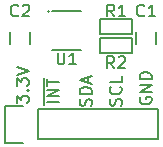
<source format=gto>
%TF.GenerationSoftware,KiCad,Pcbnew,4.0.4+e1-6308~48~ubuntu16.04.1-stable*%
%TF.CreationDate,2016-12-31T17:29:36-08:00*%
%TF.ProjectId,mma7660-sensor-breakout,6D6D61373636302D73656E736F722D62,v1.0*%
%TF.FileFunction,Legend,Top*%
%FSLAX46Y46*%
G04 Gerber Fmt 4.6, Leading zero omitted, Abs format (unit mm)*
G04 Created by KiCad (PCBNEW 4.0.4+e1-6308~48~ubuntu16.04.1-stable) date Sat Dec 31 17:29:36 2016*
%MOMM*%
%LPD*%
G01*
G04 APERTURE LIST*
%ADD10C,0.350000*%
%ADD11C,0.203200*%
%ADD12C,0.150000*%
%ADD13C,0.100000*%
%ADD14C,0.152400*%
G04 APERTURE END LIST*
D10*
D11*
X152654000Y-111454595D02*
X152605619Y-111551357D01*
X152605619Y-111696500D01*
X152654000Y-111841642D01*
X152750762Y-111938404D01*
X152847524Y-111986785D01*
X153041048Y-112035166D01*
X153186190Y-112035166D01*
X153379714Y-111986785D01*
X153476476Y-111938404D01*
X153573238Y-111841642D01*
X153621619Y-111696500D01*
X153621619Y-111599738D01*
X153573238Y-111454595D01*
X153524857Y-111406214D01*
X153186190Y-111406214D01*
X153186190Y-111599738D01*
X153621619Y-110970785D02*
X152605619Y-110970785D01*
X153621619Y-110390214D01*
X152605619Y-110390214D01*
X153621619Y-109906404D02*
X152605619Y-109906404D01*
X152605619Y-109664499D01*
X152654000Y-109519357D01*
X152750762Y-109422595D01*
X152847524Y-109374214D01*
X153041048Y-109325833D01*
X153186190Y-109325833D01*
X153379714Y-109374214D01*
X153476476Y-109422595D01*
X153573238Y-109519357D01*
X153621619Y-109664499D01*
X153621619Y-109906404D01*
X151033238Y-112144023D02*
X151081619Y-111998880D01*
X151081619Y-111756976D01*
X151033238Y-111660214D01*
X150984857Y-111611833D01*
X150888095Y-111563452D01*
X150791333Y-111563452D01*
X150694571Y-111611833D01*
X150646190Y-111660214D01*
X150597810Y-111756976D01*
X150549429Y-111950499D01*
X150501048Y-112047261D01*
X150452667Y-112095642D01*
X150355905Y-112144023D01*
X150259143Y-112144023D01*
X150162381Y-112095642D01*
X150114000Y-112047261D01*
X150065619Y-111950499D01*
X150065619Y-111708595D01*
X150114000Y-111563452D01*
X150984857Y-110547452D02*
X151033238Y-110595833D01*
X151081619Y-110740976D01*
X151081619Y-110837738D01*
X151033238Y-110982880D01*
X150936476Y-111079642D01*
X150839714Y-111128023D01*
X150646190Y-111176404D01*
X150501048Y-111176404D01*
X150307524Y-111128023D01*
X150210762Y-111079642D01*
X150114000Y-110982880D01*
X150065619Y-110837738D01*
X150065619Y-110740976D01*
X150114000Y-110595833D01*
X150162381Y-110547452D01*
X151081619Y-109628214D02*
X151081619Y-110112023D01*
X150065619Y-110112023D01*
X148493238Y-112168214D02*
X148541619Y-112023071D01*
X148541619Y-111781167D01*
X148493238Y-111684405D01*
X148444857Y-111636024D01*
X148348095Y-111587643D01*
X148251333Y-111587643D01*
X148154571Y-111636024D01*
X148106190Y-111684405D01*
X148057810Y-111781167D01*
X148009429Y-111974690D01*
X147961048Y-112071452D01*
X147912667Y-112119833D01*
X147815905Y-112168214D01*
X147719143Y-112168214D01*
X147622381Y-112119833D01*
X147574000Y-112071452D01*
X147525619Y-111974690D01*
X147525619Y-111732786D01*
X147574000Y-111587643D01*
X148541619Y-111152214D02*
X147525619Y-111152214D01*
X147525619Y-110910309D01*
X147574000Y-110765167D01*
X147670762Y-110668405D01*
X147767524Y-110620024D01*
X147961048Y-110571643D01*
X148106190Y-110571643D01*
X148299714Y-110620024D01*
X148396476Y-110668405D01*
X148493238Y-110765167D01*
X148541619Y-110910309D01*
X148541619Y-111152214D01*
X148251333Y-110184595D02*
X148251333Y-109700786D01*
X148541619Y-110281357D02*
X147525619Y-109942690D01*
X148541619Y-109604024D01*
X145747619Y-111853738D02*
X144731619Y-111853738D01*
X145747619Y-111369928D02*
X144731619Y-111369928D01*
X145747619Y-110789357D01*
X144731619Y-110789357D01*
X144731619Y-110450690D02*
X144731619Y-109870119D01*
X145747619Y-110160404D02*
X144731619Y-110160404D01*
X144556480Y-112095643D02*
X144556480Y-109773357D01*
X142191619Y-111926309D02*
X142191619Y-111297357D01*
X142578667Y-111636023D01*
X142578667Y-111490881D01*
X142627048Y-111394119D01*
X142675429Y-111345738D01*
X142772190Y-111297357D01*
X143014095Y-111297357D01*
X143110857Y-111345738D01*
X143159238Y-111394119D01*
X143207619Y-111490881D01*
X143207619Y-111781166D01*
X143159238Y-111877928D01*
X143110857Y-111926309D01*
X143110857Y-110861928D02*
X143159238Y-110813547D01*
X143207619Y-110861928D01*
X143159238Y-110910309D01*
X143110857Y-110861928D01*
X143207619Y-110861928D01*
X142191619Y-110474880D02*
X142191619Y-109845928D01*
X142578667Y-110184594D01*
X142578667Y-110039452D01*
X142627048Y-109942690D01*
X142675429Y-109894309D01*
X142772190Y-109845928D01*
X143014095Y-109845928D01*
X143110857Y-109894309D01*
X143159238Y-109942690D01*
X143207619Y-110039452D01*
X143207619Y-110329737D01*
X143159238Y-110426499D01*
X143110857Y-110474880D01*
X142191619Y-109555642D02*
X143207619Y-109216975D01*
X142191619Y-108878309D01*
D12*
X152312000Y-105910000D02*
X152312000Y-106910000D01*
X154012000Y-106910000D02*
X154012000Y-105910000D01*
X141660000Y-105926000D02*
X141660000Y-106926000D01*
X143360000Y-106926000D02*
X143360000Y-105926000D01*
X142748000Y-115278500D02*
X141198000Y-115278500D01*
X141198000Y-115278500D02*
X141198000Y-112178500D01*
X141198000Y-112178500D02*
X142748000Y-112178500D01*
X144018000Y-112458500D02*
X154178000Y-112458500D01*
X154178000Y-112458500D02*
X154178000Y-114998500D01*
X154178000Y-114998500D02*
X144018000Y-114998500D01*
X144018000Y-112458500D02*
X144018000Y-114998500D01*
X145199500Y-107426000D02*
X147649500Y-107426000D01*
X145174500Y-104126000D02*
X147649500Y-104126000D01*
D13*
X144964639Y-104176000D02*
G75*
G03X144964639Y-104176000I-90139J0D01*
G01*
D14*
X152007000Y-107696000D02*
X152007000Y-106426000D01*
X149276500Y-107696000D02*
X149276500Y-106426000D01*
D12*
X152007000Y-107696000D02*
X149276500Y-107696000D01*
X149276500Y-106426000D02*
X152007000Y-106426000D01*
D14*
X152007000Y-106045000D02*
X152007000Y-104775000D01*
X149276500Y-106045000D02*
X149276500Y-104775000D01*
D12*
X152007000Y-106045000D02*
X149276500Y-106045000D01*
X149276500Y-104775000D02*
X152007000Y-104775000D01*
X152995334Y-104497143D02*
X152947715Y-104544762D01*
X152804858Y-104592381D01*
X152709620Y-104592381D01*
X152566762Y-104544762D01*
X152471524Y-104449524D01*
X152423905Y-104354286D01*
X152376286Y-104163810D01*
X152376286Y-104020952D01*
X152423905Y-103830476D01*
X152471524Y-103735238D01*
X152566762Y-103640000D01*
X152709620Y-103592381D01*
X152804858Y-103592381D01*
X152947715Y-103640000D01*
X152995334Y-103687619D01*
X153947715Y-104592381D02*
X153376286Y-104592381D01*
X153662000Y-104592381D02*
X153662000Y-103592381D01*
X153566762Y-103735238D01*
X153471524Y-103830476D01*
X153376286Y-103878095D01*
X142327334Y-104497143D02*
X142279715Y-104544762D01*
X142136858Y-104592381D01*
X142041620Y-104592381D01*
X141898762Y-104544762D01*
X141803524Y-104449524D01*
X141755905Y-104354286D01*
X141708286Y-104163810D01*
X141708286Y-104020952D01*
X141755905Y-103830476D01*
X141803524Y-103735238D01*
X141898762Y-103640000D01*
X142041620Y-103592381D01*
X142136858Y-103592381D01*
X142279715Y-103640000D01*
X142327334Y-103687619D01*
X142708286Y-103687619D02*
X142755905Y-103640000D01*
X142851143Y-103592381D01*
X143089239Y-103592381D01*
X143184477Y-103640000D01*
X143232096Y-103687619D01*
X143279715Y-103782857D01*
X143279715Y-103878095D01*
X143232096Y-104020952D01*
X142660667Y-104592381D01*
X143279715Y-104592381D01*
X145669095Y-107656381D02*
X145669095Y-108465905D01*
X145716714Y-108561143D01*
X145764333Y-108608762D01*
X145859571Y-108656381D01*
X146050048Y-108656381D01*
X146145286Y-108608762D01*
X146192905Y-108561143D01*
X146240524Y-108465905D01*
X146240524Y-107656381D01*
X147240524Y-108656381D02*
X146669095Y-108656381D01*
X146954809Y-108656381D02*
X146954809Y-107656381D01*
X146859571Y-107799238D01*
X146764333Y-107894476D01*
X146669095Y-107942095D01*
X150455334Y-108973881D02*
X150122000Y-108497690D01*
X149883905Y-108973881D02*
X149883905Y-107973881D01*
X150264858Y-107973881D01*
X150360096Y-108021500D01*
X150407715Y-108069119D01*
X150455334Y-108164357D01*
X150455334Y-108307214D01*
X150407715Y-108402452D01*
X150360096Y-108450071D01*
X150264858Y-108497690D01*
X149883905Y-108497690D01*
X150836286Y-108069119D02*
X150883905Y-108021500D01*
X150979143Y-107973881D01*
X151217239Y-107973881D01*
X151312477Y-108021500D01*
X151360096Y-108069119D01*
X151407715Y-108164357D01*
X151407715Y-108259595D01*
X151360096Y-108402452D01*
X150788667Y-108973881D01*
X151407715Y-108973881D01*
X150455334Y-104592381D02*
X150122000Y-104116190D01*
X149883905Y-104592381D02*
X149883905Y-103592381D01*
X150264858Y-103592381D01*
X150360096Y-103640000D01*
X150407715Y-103687619D01*
X150455334Y-103782857D01*
X150455334Y-103925714D01*
X150407715Y-104020952D01*
X150360096Y-104068571D01*
X150264858Y-104116190D01*
X149883905Y-104116190D01*
X151407715Y-104592381D02*
X150836286Y-104592381D01*
X151122000Y-104592381D02*
X151122000Y-103592381D01*
X151026762Y-103735238D01*
X150931524Y-103830476D01*
X150836286Y-103878095D01*
M02*

</source>
